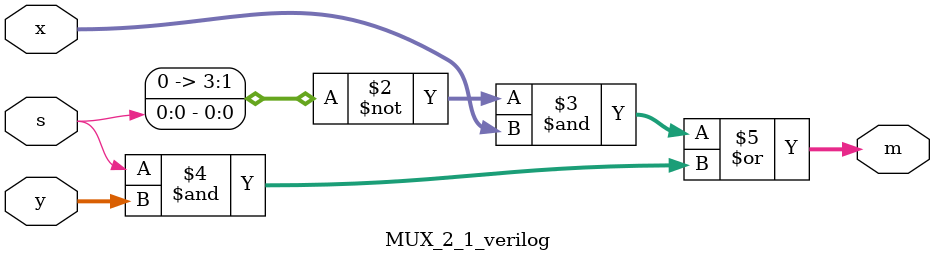
<source format=v>
`timescale 1ns / 1ps

module MUX_2_1_verilog(
    input [3:0] x,
    input [3:0] y,
    input  s,
    output [3:0] m
    );
    
    assign m = (~s & x) | (s & y);
endmodule
</source>
